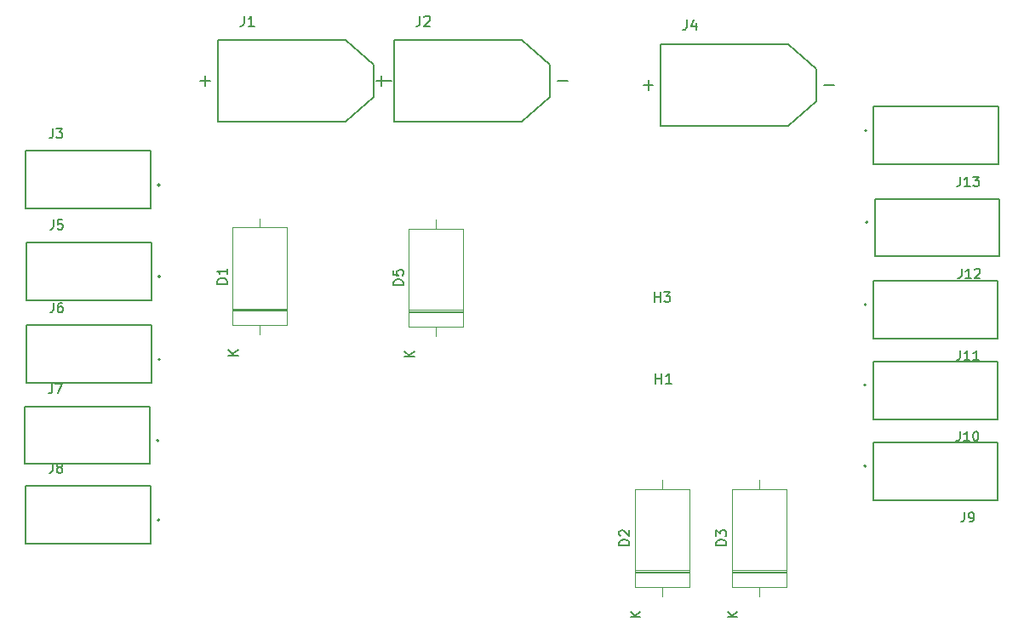
<source format=gbr>
%TF.GenerationSoftware,KiCad,Pcbnew,8.0.4*%
%TF.CreationDate,2024-09-19T17:04:51-03:00*%
%TF.ProjectId,placa de potencia,706c6163-6120-4646-9520-706f74656e63,rev?*%
%TF.SameCoordinates,Original*%
%TF.FileFunction,Legend,Top*%
%TF.FilePolarity,Positive*%
%FSLAX46Y46*%
G04 Gerber Fmt 4.6, Leading zero omitted, Abs format (unit mm)*
G04 Created by KiCad (PCBNEW 8.0.4) date 2024-09-19 17:04:51*
%MOMM*%
%LPD*%
G01*
G04 APERTURE LIST*
%ADD10C,0.150000*%
%ADD11C,0.120000*%
%ADD12C,0.127000*%
%ADD13C,0.200000*%
G04 APERTURE END LIST*
D10*
X111034819Y-71985094D02*
X110034819Y-71985094D01*
X110034819Y-71985094D02*
X110034819Y-71746999D01*
X110034819Y-71746999D02*
X110082438Y-71604142D01*
X110082438Y-71604142D02*
X110177676Y-71508904D01*
X110177676Y-71508904D02*
X110272914Y-71461285D01*
X110272914Y-71461285D02*
X110463390Y-71413666D01*
X110463390Y-71413666D02*
X110606247Y-71413666D01*
X110606247Y-71413666D02*
X110796723Y-71461285D01*
X110796723Y-71461285D02*
X110891961Y-71508904D01*
X110891961Y-71508904D02*
X110987200Y-71604142D01*
X110987200Y-71604142D02*
X111034819Y-71746999D01*
X111034819Y-71746999D02*
X111034819Y-71985094D01*
X111034819Y-70461285D02*
X111034819Y-71032713D01*
X111034819Y-70746999D02*
X110034819Y-70746999D01*
X110034819Y-70746999D02*
X110177676Y-70842237D01*
X110177676Y-70842237D02*
X110272914Y-70937475D01*
X110272914Y-70937475D02*
X110320533Y-71032713D01*
X112154819Y-79128904D02*
X111154819Y-79128904D01*
X112154819Y-78557476D02*
X111583390Y-78986047D01*
X111154819Y-78557476D02*
X111726247Y-79128904D01*
X183954095Y-78651439D02*
X183954095Y-79326355D01*
X183954095Y-79326355D02*
X183909100Y-79461338D01*
X183909100Y-79461338D02*
X183819112Y-79551327D01*
X183819112Y-79551327D02*
X183684128Y-79596321D01*
X183684128Y-79596321D02*
X183594140Y-79596321D01*
X184898977Y-79596321D02*
X184359044Y-79596321D01*
X184629010Y-79596321D02*
X184629010Y-78651439D01*
X184629010Y-78651439D02*
X184539022Y-78786422D01*
X184539022Y-78786422D02*
X184449033Y-78876411D01*
X184449033Y-78876411D02*
X184359044Y-78921405D01*
X185798865Y-79596321D02*
X185258932Y-79596321D01*
X185528898Y-79596321D02*
X185528898Y-78651439D01*
X185528898Y-78651439D02*
X185438910Y-78786422D01*
X185438910Y-78786422D02*
X185348921Y-78876411D01*
X185348921Y-78876411D02*
X185258932Y-78921405D01*
X93694039Y-89861439D02*
X93694039Y-90536355D01*
X93694039Y-90536355D02*
X93649044Y-90671338D01*
X93649044Y-90671338D02*
X93559056Y-90761327D01*
X93559056Y-90761327D02*
X93424072Y-90806321D01*
X93424072Y-90806321D02*
X93334084Y-90806321D01*
X94278966Y-90266388D02*
X94188977Y-90221394D01*
X94188977Y-90221394D02*
X94143982Y-90176400D01*
X94143982Y-90176400D02*
X94098988Y-90086411D01*
X94098988Y-90086411D02*
X94098988Y-90041416D01*
X94098988Y-90041416D02*
X94143982Y-89951428D01*
X94143982Y-89951428D02*
X94188977Y-89906433D01*
X94188977Y-89906433D02*
X94278966Y-89861439D01*
X94278966Y-89861439D02*
X94458943Y-89861439D01*
X94458943Y-89861439D02*
X94548932Y-89906433D01*
X94548932Y-89906433D02*
X94593926Y-89951428D01*
X94593926Y-89951428D02*
X94638921Y-90041416D01*
X94638921Y-90041416D02*
X94638921Y-90086411D01*
X94638921Y-90086411D02*
X94593926Y-90176400D01*
X94593926Y-90176400D02*
X94548932Y-90221394D01*
X94548932Y-90221394D02*
X94458943Y-90266388D01*
X94458943Y-90266388D02*
X94278966Y-90266388D01*
X94278966Y-90266388D02*
X94188977Y-90311383D01*
X94188977Y-90311383D02*
X94143982Y-90356377D01*
X94143982Y-90356377D02*
X94098988Y-90446366D01*
X94098988Y-90446366D02*
X94098988Y-90626343D01*
X94098988Y-90626343D02*
X94143982Y-90716332D01*
X94143982Y-90716332D02*
X94188977Y-90761327D01*
X94188977Y-90761327D02*
X94278966Y-90806321D01*
X94278966Y-90806321D02*
X94458943Y-90806321D01*
X94458943Y-90806321D02*
X94548932Y-90761327D01*
X94548932Y-90761327D02*
X94593926Y-90716332D01*
X94593926Y-90716332D02*
X94638921Y-90626343D01*
X94638921Y-90626343D02*
X94638921Y-90446366D01*
X94638921Y-90446366D02*
X94593926Y-90356377D01*
X94593926Y-90356377D02*
X94548932Y-90311383D01*
X94548932Y-90311383D02*
X94458943Y-90266388D01*
X130223666Y-45335819D02*
X130223666Y-46050104D01*
X130223666Y-46050104D02*
X130176047Y-46192961D01*
X130176047Y-46192961D02*
X130080809Y-46288200D01*
X130080809Y-46288200D02*
X129937952Y-46335819D01*
X129937952Y-46335819D02*
X129842714Y-46335819D01*
X130652238Y-45431057D02*
X130699857Y-45383438D01*
X130699857Y-45383438D02*
X130795095Y-45335819D01*
X130795095Y-45335819D02*
X131033190Y-45335819D01*
X131033190Y-45335819D02*
X131128428Y-45383438D01*
X131128428Y-45383438D02*
X131176047Y-45431057D01*
X131176047Y-45431057D02*
X131223666Y-45526295D01*
X131223666Y-45526295D02*
X131223666Y-45621533D01*
X131223666Y-45621533D02*
X131176047Y-45764390D01*
X131176047Y-45764390D02*
X130604619Y-46335819D01*
X130604619Y-46335819D02*
X131223666Y-46335819D01*
X93714039Y-56521439D02*
X93714039Y-57196355D01*
X93714039Y-57196355D02*
X93669044Y-57331338D01*
X93669044Y-57331338D02*
X93579056Y-57421327D01*
X93579056Y-57421327D02*
X93444072Y-57466321D01*
X93444072Y-57466321D02*
X93354084Y-57466321D01*
X94073994Y-56521439D02*
X94658921Y-56521439D01*
X94658921Y-56521439D02*
X94343960Y-56881394D01*
X94343960Y-56881394D02*
X94478943Y-56881394D01*
X94478943Y-56881394D02*
X94568932Y-56926388D01*
X94568932Y-56926388D02*
X94613926Y-56971383D01*
X94613926Y-56971383D02*
X94658921Y-57061371D01*
X94658921Y-57061371D02*
X94658921Y-57286343D01*
X94658921Y-57286343D02*
X94613926Y-57376332D01*
X94613926Y-57376332D02*
X94568932Y-57421327D01*
X94568932Y-57421327D02*
X94478943Y-57466321D01*
X94478943Y-57466321D02*
X94208977Y-57466321D01*
X94208977Y-57466321D02*
X94118988Y-57421327D01*
X94118988Y-57421327D02*
X94073994Y-57376332D01*
X93764039Y-73881439D02*
X93764039Y-74556355D01*
X93764039Y-74556355D02*
X93719044Y-74691338D01*
X93719044Y-74691338D02*
X93629056Y-74781327D01*
X93629056Y-74781327D02*
X93494072Y-74826321D01*
X93494072Y-74826321D02*
X93404084Y-74826321D01*
X94618932Y-73881439D02*
X94438954Y-73881439D01*
X94438954Y-73881439D02*
X94348966Y-73926433D01*
X94348966Y-73926433D02*
X94303971Y-73971428D01*
X94303971Y-73971428D02*
X94213982Y-74106411D01*
X94213982Y-74106411D02*
X94168988Y-74286388D01*
X94168988Y-74286388D02*
X94168988Y-74646343D01*
X94168988Y-74646343D02*
X94213982Y-74736332D01*
X94213982Y-74736332D02*
X94258977Y-74781327D01*
X94258977Y-74781327D02*
X94348966Y-74826321D01*
X94348966Y-74826321D02*
X94528943Y-74826321D01*
X94528943Y-74826321D02*
X94618932Y-74781327D01*
X94618932Y-74781327D02*
X94663926Y-74736332D01*
X94663926Y-74736332D02*
X94708921Y-74646343D01*
X94708921Y-74646343D02*
X94708921Y-74421371D01*
X94708921Y-74421371D02*
X94663926Y-74331383D01*
X94663926Y-74331383D02*
X94618932Y-74286388D01*
X94618932Y-74286388D02*
X94528943Y-74241394D01*
X94528943Y-74241394D02*
X94348966Y-74241394D01*
X94348966Y-74241394D02*
X94258977Y-74286388D01*
X94258977Y-74286388D02*
X94213982Y-74331383D01*
X94213982Y-74331383D02*
X94168988Y-74421371D01*
X93624039Y-81941439D02*
X93624039Y-82616355D01*
X93624039Y-82616355D02*
X93579044Y-82751338D01*
X93579044Y-82751338D02*
X93489056Y-82841327D01*
X93489056Y-82841327D02*
X93354072Y-82886321D01*
X93354072Y-82886321D02*
X93264084Y-82886321D01*
X93983994Y-81941439D02*
X94613915Y-81941439D01*
X94613915Y-81941439D02*
X94208966Y-82886321D01*
X183986595Y-61331439D02*
X183986595Y-62006355D01*
X183986595Y-62006355D02*
X183941600Y-62141338D01*
X183941600Y-62141338D02*
X183851612Y-62231327D01*
X183851612Y-62231327D02*
X183716628Y-62276321D01*
X183716628Y-62276321D02*
X183626640Y-62276321D01*
X184931477Y-62276321D02*
X184391544Y-62276321D01*
X184661510Y-62276321D02*
X184661510Y-61331439D01*
X184661510Y-61331439D02*
X184571522Y-61466422D01*
X184571522Y-61466422D02*
X184481533Y-61556411D01*
X184481533Y-61556411D02*
X184391544Y-61601405D01*
X185246438Y-61331439D02*
X185831365Y-61331439D01*
X185831365Y-61331439D02*
X185516404Y-61691394D01*
X185516404Y-61691394D02*
X185651387Y-61691394D01*
X185651387Y-61691394D02*
X185741376Y-61736388D01*
X185741376Y-61736388D02*
X185786370Y-61781383D01*
X185786370Y-61781383D02*
X185831365Y-61871371D01*
X185831365Y-61871371D02*
X185831365Y-62096343D01*
X185831365Y-62096343D02*
X185786370Y-62186332D01*
X185786370Y-62186332D02*
X185741376Y-62231327D01*
X185741376Y-62231327D02*
X185651387Y-62276321D01*
X185651387Y-62276321D02*
X185381421Y-62276321D01*
X185381421Y-62276321D02*
X185291432Y-62231327D01*
X185291432Y-62231327D02*
X185246438Y-62186332D01*
X112723666Y-45335819D02*
X112723666Y-46050104D01*
X112723666Y-46050104D02*
X112676047Y-46192961D01*
X112676047Y-46192961D02*
X112580809Y-46288200D01*
X112580809Y-46288200D02*
X112437952Y-46335819D01*
X112437952Y-46335819D02*
X112342714Y-46335819D01*
X113723666Y-46335819D02*
X113152238Y-46335819D01*
X113437952Y-46335819D02*
X113437952Y-45335819D01*
X113437952Y-45335819D02*
X113342714Y-45478676D01*
X113342714Y-45478676D02*
X113247476Y-45573914D01*
X113247476Y-45573914D02*
X113152238Y-45621533D01*
X151039819Y-98020094D02*
X150039819Y-98020094D01*
X150039819Y-98020094D02*
X150039819Y-97781999D01*
X150039819Y-97781999D02*
X150087438Y-97639142D01*
X150087438Y-97639142D02*
X150182676Y-97543904D01*
X150182676Y-97543904D02*
X150277914Y-97496285D01*
X150277914Y-97496285D02*
X150468390Y-97448666D01*
X150468390Y-97448666D02*
X150611247Y-97448666D01*
X150611247Y-97448666D02*
X150801723Y-97496285D01*
X150801723Y-97496285D02*
X150896961Y-97543904D01*
X150896961Y-97543904D02*
X150992200Y-97639142D01*
X150992200Y-97639142D02*
X151039819Y-97781999D01*
X151039819Y-97781999D02*
X151039819Y-98020094D01*
X150135057Y-97067713D02*
X150087438Y-97020094D01*
X150087438Y-97020094D02*
X150039819Y-96924856D01*
X150039819Y-96924856D02*
X150039819Y-96686761D01*
X150039819Y-96686761D02*
X150087438Y-96591523D01*
X150087438Y-96591523D02*
X150135057Y-96543904D01*
X150135057Y-96543904D02*
X150230295Y-96496285D01*
X150230295Y-96496285D02*
X150325533Y-96496285D01*
X150325533Y-96496285D02*
X150468390Y-96543904D01*
X150468390Y-96543904D02*
X151039819Y-97115332D01*
X151039819Y-97115332D02*
X151039819Y-96496285D01*
X152159819Y-105163904D02*
X151159819Y-105163904D01*
X152159819Y-104592476D02*
X151588390Y-105021047D01*
X151159819Y-104592476D02*
X151731247Y-105163904D01*
X183924095Y-86671439D02*
X183924095Y-87346355D01*
X183924095Y-87346355D02*
X183879100Y-87481338D01*
X183879100Y-87481338D02*
X183789112Y-87571327D01*
X183789112Y-87571327D02*
X183654128Y-87616321D01*
X183654128Y-87616321D02*
X183564140Y-87616321D01*
X184868977Y-87616321D02*
X184329044Y-87616321D01*
X184599010Y-87616321D02*
X184599010Y-86671439D01*
X184599010Y-86671439D02*
X184509022Y-86806422D01*
X184509022Y-86806422D02*
X184419033Y-86896411D01*
X184419033Y-86896411D02*
X184329044Y-86941405D01*
X185453904Y-86671439D02*
X185543893Y-86671439D01*
X185543893Y-86671439D02*
X185633881Y-86716433D01*
X185633881Y-86716433D02*
X185678876Y-86761428D01*
X185678876Y-86761428D02*
X185723870Y-86851416D01*
X185723870Y-86851416D02*
X185768865Y-87031394D01*
X185768865Y-87031394D02*
X185768865Y-87256366D01*
X185768865Y-87256366D02*
X185723870Y-87436343D01*
X185723870Y-87436343D02*
X185678876Y-87526332D01*
X185678876Y-87526332D02*
X185633881Y-87571327D01*
X185633881Y-87571327D02*
X185543893Y-87616321D01*
X185543893Y-87616321D02*
X185453904Y-87616321D01*
X185453904Y-87616321D02*
X185363915Y-87571327D01*
X185363915Y-87571327D02*
X185318921Y-87526332D01*
X185318921Y-87526332D02*
X185273926Y-87436343D01*
X185273926Y-87436343D02*
X185228932Y-87256366D01*
X185228932Y-87256366D02*
X185228932Y-87031394D01*
X185228932Y-87031394D02*
X185273926Y-86851416D01*
X185273926Y-86851416D02*
X185318921Y-86761428D01*
X185318921Y-86761428D02*
X185363915Y-86716433D01*
X185363915Y-86716433D02*
X185453904Y-86671439D01*
X160691819Y-98020094D02*
X159691819Y-98020094D01*
X159691819Y-98020094D02*
X159691819Y-97781999D01*
X159691819Y-97781999D02*
X159739438Y-97639142D01*
X159739438Y-97639142D02*
X159834676Y-97543904D01*
X159834676Y-97543904D02*
X159929914Y-97496285D01*
X159929914Y-97496285D02*
X160120390Y-97448666D01*
X160120390Y-97448666D02*
X160263247Y-97448666D01*
X160263247Y-97448666D02*
X160453723Y-97496285D01*
X160453723Y-97496285D02*
X160548961Y-97543904D01*
X160548961Y-97543904D02*
X160644200Y-97639142D01*
X160644200Y-97639142D02*
X160691819Y-97781999D01*
X160691819Y-97781999D02*
X160691819Y-98020094D01*
X159691819Y-97115332D02*
X159691819Y-96496285D01*
X159691819Y-96496285D02*
X160072771Y-96829618D01*
X160072771Y-96829618D02*
X160072771Y-96686761D01*
X160072771Y-96686761D02*
X160120390Y-96591523D01*
X160120390Y-96591523D02*
X160168009Y-96543904D01*
X160168009Y-96543904D02*
X160263247Y-96496285D01*
X160263247Y-96496285D02*
X160501342Y-96496285D01*
X160501342Y-96496285D02*
X160596580Y-96543904D01*
X160596580Y-96543904D02*
X160644200Y-96591523D01*
X160644200Y-96591523D02*
X160691819Y-96686761D01*
X160691819Y-96686761D02*
X160691819Y-96972475D01*
X160691819Y-96972475D02*
X160644200Y-97067713D01*
X160644200Y-97067713D02*
X160596580Y-97115332D01*
X161811819Y-105163904D02*
X160811819Y-105163904D01*
X161811819Y-104592476D02*
X161240390Y-105021047D01*
X160811819Y-104592476D02*
X161383247Y-105163904D01*
X153543095Y-73789819D02*
X153543095Y-72789819D01*
X153543095Y-73266009D02*
X154114523Y-73266009D01*
X154114523Y-73789819D02*
X154114523Y-72789819D01*
X154495476Y-72789819D02*
X155114523Y-72789819D01*
X155114523Y-72789819D02*
X154781190Y-73170771D01*
X154781190Y-73170771D02*
X154924047Y-73170771D01*
X154924047Y-73170771D02*
X155019285Y-73218390D01*
X155019285Y-73218390D02*
X155066904Y-73266009D01*
X155066904Y-73266009D02*
X155114523Y-73361247D01*
X155114523Y-73361247D02*
X155114523Y-73599342D01*
X155114523Y-73599342D02*
X155066904Y-73694580D01*
X155066904Y-73694580D02*
X155019285Y-73742200D01*
X155019285Y-73742200D02*
X154924047Y-73789819D01*
X154924047Y-73789819D02*
X154638333Y-73789819D01*
X154638333Y-73789819D02*
X154543095Y-73742200D01*
X154543095Y-73742200D02*
X154495476Y-73694580D01*
X153670095Y-81917819D02*
X153670095Y-80917819D01*
X153670095Y-81394009D02*
X154241523Y-81394009D01*
X154241523Y-81917819D02*
X154241523Y-80917819D01*
X155241523Y-81917819D02*
X154670095Y-81917819D01*
X154955809Y-81917819D02*
X154955809Y-80917819D01*
X154955809Y-80917819D02*
X154860571Y-81060676D01*
X154860571Y-81060676D02*
X154765333Y-81155914D01*
X154765333Y-81155914D02*
X154670095Y-81203533D01*
X184096595Y-70481439D02*
X184096595Y-71156355D01*
X184096595Y-71156355D02*
X184051600Y-71291338D01*
X184051600Y-71291338D02*
X183961612Y-71381327D01*
X183961612Y-71381327D02*
X183826628Y-71426321D01*
X183826628Y-71426321D02*
X183736640Y-71426321D01*
X185041477Y-71426321D02*
X184501544Y-71426321D01*
X184771510Y-71426321D02*
X184771510Y-70481439D01*
X184771510Y-70481439D02*
X184681522Y-70616422D01*
X184681522Y-70616422D02*
X184591533Y-70706411D01*
X184591533Y-70706411D02*
X184501544Y-70751405D01*
X185401432Y-70571428D02*
X185446426Y-70526433D01*
X185446426Y-70526433D02*
X185536415Y-70481439D01*
X185536415Y-70481439D02*
X185761387Y-70481439D01*
X185761387Y-70481439D02*
X185851376Y-70526433D01*
X185851376Y-70526433D02*
X185896370Y-70571428D01*
X185896370Y-70571428D02*
X185941365Y-70661416D01*
X185941365Y-70661416D02*
X185941365Y-70751405D01*
X185941365Y-70751405D02*
X185896370Y-70886388D01*
X185896370Y-70886388D02*
X185356438Y-71426321D01*
X185356438Y-71426321D02*
X185941365Y-71426321D01*
X156766666Y-45716819D02*
X156766666Y-46431104D01*
X156766666Y-46431104D02*
X156719047Y-46573961D01*
X156719047Y-46573961D02*
X156623809Y-46669200D01*
X156623809Y-46669200D02*
X156480952Y-46716819D01*
X156480952Y-46716819D02*
X156385714Y-46716819D01*
X157671428Y-46050152D02*
X157671428Y-46716819D01*
X157433333Y-45669200D02*
X157195238Y-46383485D01*
X157195238Y-46383485D02*
X157814285Y-46383485D01*
X93767039Y-65623439D02*
X93767039Y-66298355D01*
X93767039Y-66298355D02*
X93722044Y-66433338D01*
X93722044Y-66433338D02*
X93632056Y-66523327D01*
X93632056Y-66523327D02*
X93497072Y-66568321D01*
X93497072Y-66568321D02*
X93407084Y-66568321D01*
X94666926Y-65623439D02*
X94216982Y-65623439D01*
X94216982Y-65623439D02*
X94171988Y-66073383D01*
X94171988Y-66073383D02*
X94216982Y-66028388D01*
X94216982Y-66028388D02*
X94306971Y-65983394D01*
X94306971Y-65983394D02*
X94531943Y-65983394D01*
X94531943Y-65983394D02*
X94621932Y-66028388D01*
X94621932Y-66028388D02*
X94666926Y-66073383D01*
X94666926Y-66073383D02*
X94711921Y-66163371D01*
X94711921Y-66163371D02*
X94711921Y-66388343D01*
X94711921Y-66388343D02*
X94666926Y-66478332D01*
X94666926Y-66478332D02*
X94621932Y-66523327D01*
X94621932Y-66523327D02*
X94531943Y-66568321D01*
X94531943Y-66568321D02*
X94306971Y-66568321D01*
X94306971Y-66568321D02*
X94216982Y-66523327D01*
X94216982Y-66523327D02*
X94171988Y-66478332D01*
X184374039Y-94721439D02*
X184374039Y-95396355D01*
X184374039Y-95396355D02*
X184329044Y-95531338D01*
X184329044Y-95531338D02*
X184239056Y-95621327D01*
X184239056Y-95621327D02*
X184104072Y-95666321D01*
X184104072Y-95666321D02*
X184014084Y-95666321D01*
X184868977Y-95666321D02*
X185048954Y-95666321D01*
X185048954Y-95666321D02*
X185138943Y-95621327D01*
X185138943Y-95621327D02*
X185183937Y-95576332D01*
X185183937Y-95576332D02*
X185273926Y-95441349D01*
X185273926Y-95441349D02*
X185318921Y-95261371D01*
X185318921Y-95261371D02*
X185318921Y-94901416D01*
X185318921Y-94901416D02*
X185273926Y-94811428D01*
X185273926Y-94811428D02*
X185228932Y-94766433D01*
X185228932Y-94766433D02*
X185138943Y-94721439D01*
X185138943Y-94721439D02*
X184958966Y-94721439D01*
X184958966Y-94721439D02*
X184868977Y-94766433D01*
X184868977Y-94766433D02*
X184823982Y-94811428D01*
X184823982Y-94811428D02*
X184778988Y-94901416D01*
X184778988Y-94901416D02*
X184778988Y-95126388D01*
X184778988Y-95126388D02*
X184823982Y-95216377D01*
X184823982Y-95216377D02*
X184868977Y-95261371D01*
X184868977Y-95261371D02*
X184958966Y-95306366D01*
X184958966Y-95306366D02*
X185138943Y-95306366D01*
X185138943Y-95306366D02*
X185228932Y-95261371D01*
X185228932Y-95261371D02*
X185273926Y-95216377D01*
X185273926Y-95216377D02*
X185318921Y-95126388D01*
X128560819Y-72112094D02*
X127560819Y-72112094D01*
X127560819Y-72112094D02*
X127560819Y-71873999D01*
X127560819Y-71873999D02*
X127608438Y-71731142D01*
X127608438Y-71731142D02*
X127703676Y-71635904D01*
X127703676Y-71635904D02*
X127798914Y-71588285D01*
X127798914Y-71588285D02*
X127989390Y-71540666D01*
X127989390Y-71540666D02*
X128132247Y-71540666D01*
X128132247Y-71540666D02*
X128322723Y-71588285D01*
X128322723Y-71588285D02*
X128417961Y-71635904D01*
X128417961Y-71635904D02*
X128513200Y-71731142D01*
X128513200Y-71731142D02*
X128560819Y-71873999D01*
X128560819Y-71873999D02*
X128560819Y-72112094D01*
X127560819Y-70635904D02*
X127560819Y-71112094D01*
X127560819Y-71112094D02*
X128037009Y-71159713D01*
X128037009Y-71159713D02*
X127989390Y-71112094D01*
X127989390Y-71112094D02*
X127941771Y-71016856D01*
X127941771Y-71016856D02*
X127941771Y-70778761D01*
X127941771Y-70778761D02*
X127989390Y-70683523D01*
X127989390Y-70683523D02*
X128037009Y-70635904D01*
X128037009Y-70635904D02*
X128132247Y-70588285D01*
X128132247Y-70588285D02*
X128370342Y-70588285D01*
X128370342Y-70588285D02*
X128465580Y-70635904D01*
X128465580Y-70635904D02*
X128513200Y-70683523D01*
X128513200Y-70683523D02*
X128560819Y-70778761D01*
X128560819Y-70778761D02*
X128560819Y-71016856D01*
X128560819Y-71016856D02*
X128513200Y-71112094D01*
X128513200Y-71112094D02*
X128465580Y-71159713D01*
X129680819Y-79255904D02*
X128680819Y-79255904D01*
X129680819Y-78684476D02*
X129109390Y-79113047D01*
X128680819Y-78684476D02*
X129252247Y-79255904D01*
D11*
%TO.C,D1*%
X111580000Y-66377000D02*
X111580000Y-76117000D01*
X111580000Y-74452000D02*
X117020000Y-74452000D01*
X111580000Y-74572000D02*
X117020000Y-74572000D01*
X111580000Y-74692000D02*
X117020000Y-74692000D01*
X111580000Y-76117000D02*
X117020000Y-76117000D01*
X114300000Y-65467000D02*
X114300000Y-66377000D01*
X114300000Y-77027000D02*
X114300000Y-76117000D01*
X117020000Y-66377000D02*
X111580000Y-66377000D01*
X117020000Y-76117000D02*
X117020000Y-66377000D01*
D12*
%TO.C,J11*%
X175319000Y-71692000D02*
X187719000Y-71692000D01*
X175319000Y-77442000D02*
X175319000Y-71692000D01*
X187719000Y-71692000D02*
X187719000Y-77442000D01*
X187719000Y-77442000D02*
X175319000Y-77442000D01*
D13*
X174619000Y-74042000D02*
G75*
G02*
X174419000Y-74042000I-100000J0D01*
G01*
X174419000Y-74042000D02*
G75*
G02*
X174619000Y-74042000I100000J0D01*
G01*
D12*
%TO.C,J8*%
X91009000Y-92102000D02*
X103409000Y-92102000D01*
X91009000Y-97852000D02*
X91009000Y-92102000D01*
X103409000Y-92102000D02*
X103409000Y-97852000D01*
X103409000Y-97852000D02*
X91009000Y-97852000D01*
D13*
X104309000Y-95502000D02*
G75*
G02*
X104109000Y-95502000I-100000J0D01*
G01*
X104109000Y-95502000D02*
G75*
G02*
X104309000Y-95502000I100000J0D01*
G01*
D12*
%TO.C,J2*%
X125882000Y-51816000D02*
X126882000Y-51816000D01*
X126382000Y-51316000D02*
X126382000Y-52316000D01*
X127632000Y-47766000D02*
X140332000Y-47766000D01*
X127632000Y-55866000D02*
X127632000Y-47766000D01*
X140332000Y-47766000D02*
X143132000Y-50216000D01*
X140332000Y-55866000D02*
X127632000Y-55866000D01*
X143132000Y-50216000D02*
X143132000Y-53416000D01*
X143132000Y-53416000D02*
X140332000Y-55866000D01*
X143882000Y-51816000D02*
X144882000Y-51816000D01*
%TO.C,J3*%
X91029000Y-58762000D02*
X103429000Y-58762000D01*
X91029000Y-64512000D02*
X91029000Y-58762000D01*
X103429000Y-58762000D02*
X103429000Y-64512000D01*
X103429000Y-64512000D02*
X91029000Y-64512000D01*
D13*
X104329000Y-62162000D02*
G75*
G02*
X104129000Y-62162000I-100000J0D01*
G01*
X104129000Y-62162000D02*
G75*
G02*
X104329000Y-62162000I100000J0D01*
G01*
D12*
%TO.C,J6*%
X91079000Y-76122000D02*
X103479000Y-76122000D01*
X91079000Y-81872000D02*
X91079000Y-76122000D01*
X103479000Y-76122000D02*
X103479000Y-81872000D01*
X103479000Y-81872000D02*
X91079000Y-81872000D01*
D13*
X104379000Y-79522000D02*
G75*
G02*
X104179000Y-79522000I-100000J0D01*
G01*
X104179000Y-79522000D02*
G75*
G02*
X104379000Y-79522000I100000J0D01*
G01*
D12*
%TO.C,J7*%
X90939000Y-84182000D02*
X103339000Y-84182000D01*
X90939000Y-89932000D02*
X90939000Y-84182000D01*
X103339000Y-84182000D02*
X103339000Y-89932000D01*
X103339000Y-89932000D02*
X90939000Y-89932000D01*
D13*
X104239000Y-87582000D02*
G75*
G02*
X104039000Y-87582000I-100000J0D01*
G01*
X104039000Y-87582000D02*
G75*
G02*
X104239000Y-87582000I100000J0D01*
G01*
D12*
%TO.C,J13*%
X175351500Y-54372000D02*
X187751500Y-54372000D01*
X175351500Y-60122000D02*
X175351500Y-54372000D01*
X187751500Y-54372000D02*
X187751500Y-60122000D01*
X187751500Y-60122000D02*
X175351500Y-60122000D01*
D13*
X174651500Y-56722000D02*
G75*
G02*
X174451500Y-56722000I-100000J0D01*
G01*
X174451500Y-56722000D02*
G75*
G02*
X174651500Y-56722000I100000J0D01*
G01*
D12*
%TO.C,J1*%
X108382000Y-51816000D02*
X109382000Y-51816000D01*
X108882000Y-51316000D02*
X108882000Y-52316000D01*
X110132000Y-47766000D02*
X122832000Y-47766000D01*
X110132000Y-55866000D02*
X110132000Y-47766000D01*
X122832000Y-47766000D02*
X125632000Y-50216000D01*
X122832000Y-55866000D02*
X110132000Y-55866000D01*
X125632000Y-50216000D02*
X125632000Y-53416000D01*
X125632000Y-53416000D02*
X122832000Y-55866000D01*
X126382000Y-51816000D02*
X127382000Y-51816000D01*
D11*
%TO.C,D2*%
X151585000Y-92412000D02*
X151585000Y-102152000D01*
X151585000Y-100487000D02*
X157025000Y-100487000D01*
X151585000Y-100607000D02*
X157025000Y-100607000D01*
X151585000Y-100727000D02*
X157025000Y-100727000D01*
X151585000Y-102152000D02*
X157025000Y-102152000D01*
X154305000Y-91502000D02*
X154305000Y-92412000D01*
X154305000Y-103062000D02*
X154305000Y-102152000D01*
X157025000Y-92412000D02*
X151585000Y-92412000D01*
X157025000Y-102152000D02*
X157025000Y-92412000D01*
D12*
%TO.C,J10*%
X175289000Y-79712000D02*
X187689000Y-79712000D01*
X175289000Y-85462000D02*
X175289000Y-79712000D01*
X187689000Y-79712000D02*
X187689000Y-85462000D01*
X187689000Y-85462000D02*
X175289000Y-85462000D01*
D13*
X174589000Y-82062000D02*
G75*
G02*
X174389000Y-82062000I-100000J0D01*
G01*
X174389000Y-82062000D02*
G75*
G02*
X174589000Y-82062000I100000J0D01*
G01*
D11*
%TO.C,D3*%
X161237000Y-92412000D02*
X161237000Y-102152000D01*
X161237000Y-100487000D02*
X166677000Y-100487000D01*
X161237000Y-100607000D02*
X166677000Y-100607000D01*
X161237000Y-100727000D02*
X166677000Y-100727000D01*
X161237000Y-102152000D02*
X166677000Y-102152000D01*
X163957000Y-91502000D02*
X163957000Y-92412000D01*
X163957000Y-103062000D02*
X163957000Y-102152000D01*
X166677000Y-92412000D02*
X161237000Y-92412000D01*
X166677000Y-102152000D02*
X166677000Y-92412000D01*
D12*
%TO.C,J12*%
X175461500Y-63522000D02*
X187861500Y-63522000D01*
X175461500Y-69272000D02*
X175461500Y-63522000D01*
X187861500Y-63522000D02*
X187861500Y-69272000D01*
X187861500Y-69272000D02*
X175461500Y-69272000D01*
D13*
X174761500Y-65872000D02*
G75*
G02*
X174561500Y-65872000I-100000J0D01*
G01*
X174561500Y-65872000D02*
G75*
G02*
X174761500Y-65872000I100000J0D01*
G01*
D12*
%TO.C,J4*%
X152425000Y-52197000D02*
X153425000Y-52197000D01*
X152925000Y-51697000D02*
X152925000Y-52697000D01*
X154175000Y-48147000D02*
X166875000Y-48147000D01*
X154175000Y-56247000D02*
X154175000Y-48147000D01*
X166875000Y-48147000D02*
X169675000Y-50597000D01*
X166875000Y-56247000D02*
X154175000Y-56247000D01*
X169675000Y-50597000D02*
X169675000Y-53797000D01*
X169675000Y-53797000D02*
X166875000Y-56247000D01*
X170425000Y-52197000D02*
X171425000Y-52197000D01*
%TO.C,J5*%
X91082000Y-67864000D02*
X103482000Y-67864000D01*
X91082000Y-73614000D02*
X91082000Y-67864000D01*
X103482000Y-67864000D02*
X103482000Y-73614000D01*
X103482000Y-73614000D02*
X91082000Y-73614000D01*
D13*
X104382000Y-71264000D02*
G75*
G02*
X104182000Y-71264000I-100000J0D01*
G01*
X104182000Y-71264000D02*
G75*
G02*
X104382000Y-71264000I100000J0D01*
G01*
D12*
%TO.C,J9*%
X175289000Y-87762000D02*
X187689000Y-87762000D01*
X175289000Y-93512000D02*
X175289000Y-87762000D01*
X187689000Y-87762000D02*
X187689000Y-93512000D01*
X187689000Y-93512000D02*
X175289000Y-93512000D01*
D13*
X174589000Y-90112000D02*
G75*
G02*
X174389000Y-90112000I-100000J0D01*
G01*
X174389000Y-90112000D02*
G75*
G02*
X174589000Y-90112000I100000J0D01*
G01*
D11*
%TO.C,D5*%
X129106000Y-66504000D02*
X129106000Y-76244000D01*
X129106000Y-74579000D02*
X134546000Y-74579000D01*
X129106000Y-74699000D02*
X134546000Y-74699000D01*
X129106000Y-74819000D02*
X134546000Y-74819000D01*
X129106000Y-76244000D02*
X134546000Y-76244000D01*
X131826000Y-65594000D02*
X131826000Y-66504000D01*
X131826000Y-77154000D02*
X131826000Y-76244000D01*
X134546000Y-66504000D02*
X129106000Y-66504000D01*
X134546000Y-76244000D02*
X134546000Y-66504000D01*
%TD*%
M02*

</source>
